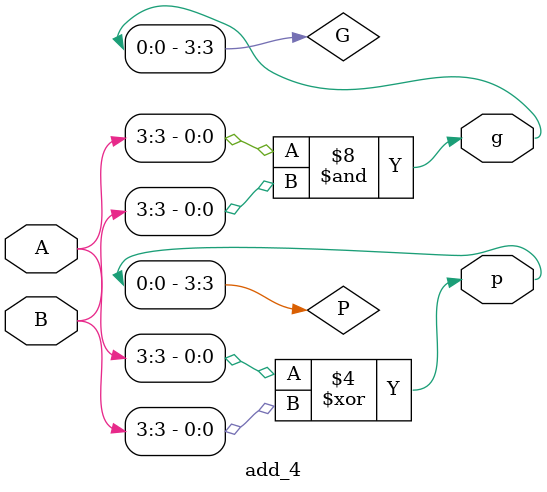
<source format=v>
`timescale 1ns / 1ps


module add_4(
    input [3:0]A,
    input [3:0]B,
    output p,
    output g
 );
 wire [3:0]P;
 wire [3:0]G;
    
    assign P[0] = A[0] ^ B[0];
    assign P[1] = A[1] ^ B[1];
    assign P[2] = A[2] ^ B[2];
    assign P[3] = A[3] ^ B[3];
    
    assign G[0] = A[0] & B[0];
    assign G[1] = A[1] & B[1];
    assign G[2] = A[2] & B[2];
    assign G[3] = A[3] & B[3];
    
    assign p=P[3];
    assign g=G[3];
    
endmodule

</source>
